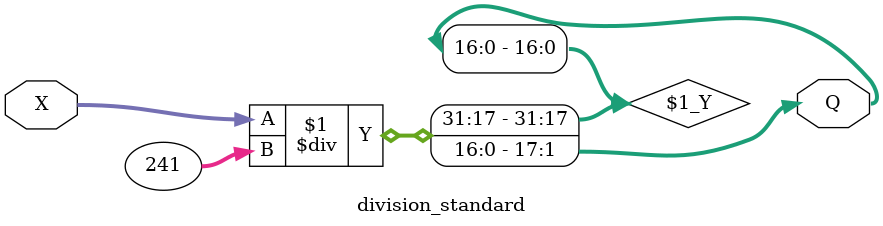
<source format=v>
module division_standard( X, Q);//, R);

input  [24:1] X;
output [17:1] Q; 
//output [8:1] R;

assign Q = X / 241;

//assign R = X % 241;

endmodule

</source>
